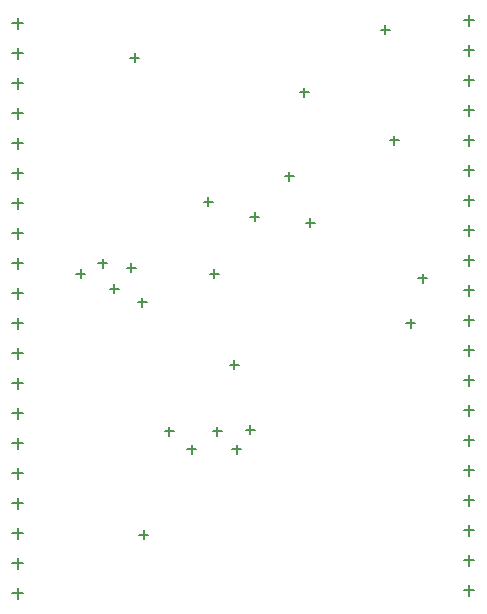
<source format=gbr>
G04*
G04 #@! TF.GenerationSoftware,Altium Limited,Altium Designer,24.3.1 (35)*
G04*
G04 Layer_Color=128*
%FSLAX25Y25*%
%MOIN*%
G70*
G04*
G04 #@! TF.SameCoordinates,2C43556E-CA56-414C-B847-F3BA9A1E951D*
G04*
G04*
G04 #@! TF.FilePolarity,Positive*
G04*
G01*
G75*
%ADD46C,0.00500*%
D46*
X445235Y408500D02*
X448765D01*
X447000Y406735D02*
Y410265D01*
X445235Y368500D02*
X448765D01*
X447000Y366735D02*
Y370265D01*
X445235Y338500D02*
X448765D01*
X447000Y336735D02*
Y340265D01*
X445235Y328500D02*
X448765D01*
X447000Y326735D02*
Y330265D01*
X445235Y318500D02*
X448765D01*
X447000Y316735D02*
Y320265D01*
X445235Y298500D02*
X448765D01*
X447000Y296735D02*
Y300265D01*
X445235Y288500D02*
X448765D01*
X447000Y286735D02*
Y290265D01*
X445235Y268500D02*
X448765D01*
X447000Y266735D02*
Y270265D01*
X445235Y248500D02*
X448765D01*
X447000Y246735D02*
Y250265D01*
X445235Y228500D02*
X448765D01*
X447000Y226735D02*
Y230265D01*
X445235Y238500D02*
X448765D01*
X447000Y236735D02*
Y240265D01*
X445235Y258500D02*
X448765D01*
X447000Y256735D02*
Y260265D01*
X445235Y278500D02*
X448765D01*
X447000Y276735D02*
Y280265D01*
X445235Y308500D02*
X448765D01*
X447000Y306735D02*
Y310265D01*
X445235Y348500D02*
X448765D01*
X447000Y346735D02*
Y350265D01*
X445235Y358500D02*
X448765D01*
X447000Y356735D02*
Y360265D01*
X445235Y378500D02*
X448765D01*
X447000Y376735D02*
Y380265D01*
X445235Y388500D02*
X448765D01*
X447000Y386735D02*
Y390265D01*
X445235Y398500D02*
X448765D01*
X447000Y396735D02*
Y400265D01*
X445235Y418500D02*
X448765D01*
X447000Y416735D02*
Y420265D01*
X294735Y277500D02*
X298265D01*
X296500Y275735D02*
Y279265D01*
X294735Y307500D02*
X298265D01*
X296500Y305735D02*
Y309265D01*
X294735Y317500D02*
X298265D01*
X296500Y315735D02*
Y319265D01*
X294735Y327500D02*
X298265D01*
X296500Y325735D02*
Y329265D01*
X294735Y347500D02*
X298265D01*
X296500Y345735D02*
Y349265D01*
X294735Y357500D02*
X298265D01*
X296500Y355735D02*
Y359265D01*
X294735Y377500D02*
X298265D01*
X296500Y375735D02*
Y379265D01*
X294735Y397500D02*
X298265D01*
X296500Y395735D02*
Y399265D01*
X294735Y417500D02*
X298265D01*
X296500Y415735D02*
Y419265D01*
X294735Y407500D02*
X298265D01*
X296500Y405735D02*
Y409265D01*
X294735Y387500D02*
X298265D01*
X296500Y385735D02*
Y389265D01*
X294735Y367500D02*
X298265D01*
X296500Y365735D02*
Y369265D01*
X294735Y337500D02*
X298265D01*
X296500Y335735D02*
Y339265D01*
X294735Y297500D02*
X298265D01*
X296500Y295735D02*
Y299265D01*
X294735Y287500D02*
X298265D01*
X296500Y285735D02*
Y289265D01*
X294735Y267500D02*
X298265D01*
X296500Y265735D02*
Y269265D01*
X294735Y257500D02*
X298265D01*
X296500Y255735D02*
Y259265D01*
X294735Y247500D02*
X298265D01*
X296500Y245735D02*
Y249265D01*
X294735Y237500D02*
X298265D01*
X296500Y235735D02*
Y239265D01*
X294735Y227500D02*
X298265D01*
X296500Y225735D02*
Y229265D01*
X385500Y366500D02*
X388500D01*
X387000Y365000D02*
Y368000D01*
X392500Y351000D02*
X395500D01*
X394000Y349500D02*
Y352500D01*
X374000Y353000D02*
X377000D01*
X375500Y351500D02*
Y354500D01*
X358500Y358000D02*
X361500D01*
X360000Y356500D02*
Y359500D01*
X417544Y415299D02*
X420544D01*
X419044Y413799D02*
Y416799D01*
X430000Y332500D02*
X433000D01*
X431500Y331000D02*
Y334000D01*
X332943Y336000D02*
X335943D01*
X334443Y334500D02*
Y337500D01*
X327250Y329053D02*
X330250D01*
X328750Y327553D02*
Y330553D01*
X336500Y324500D02*
X339500D01*
X338000Y323000D02*
Y326000D01*
X323443Y337557D02*
X326443D01*
X324943Y336057D02*
Y339057D01*
X334000Y406000D02*
X337000D01*
X335500Y404500D02*
Y407500D01*
X390500Y394500D02*
X393500D01*
X392000Y393000D02*
Y396000D01*
X372500Y282000D02*
X375500D01*
X374000Y280500D02*
Y283500D01*
X367233Y303767D02*
X370233D01*
X368733Y302267D02*
Y305267D01*
X368000Y275500D02*
X371000D01*
X369500Y274000D02*
Y277000D01*
X361500Y281500D02*
X364500D01*
X363000Y280000D02*
Y283000D01*
X353000Y275500D02*
X356000D01*
X354500Y274000D02*
Y277000D01*
X345500Y281500D02*
X348500D01*
X347000Y280000D02*
Y283000D01*
X337000Y247000D02*
X340000D01*
X338500Y245500D02*
Y248500D01*
X316000Y334000D02*
X319000D01*
X317500Y332500D02*
Y335500D01*
X420500Y378500D02*
X423500D01*
X422000Y377000D02*
Y380000D01*
X360500Y334000D02*
X363500D01*
X362000Y332500D02*
Y335500D01*
X426000Y317500D02*
X429000D01*
X427500Y316000D02*
Y319000D01*
M02*

</source>
